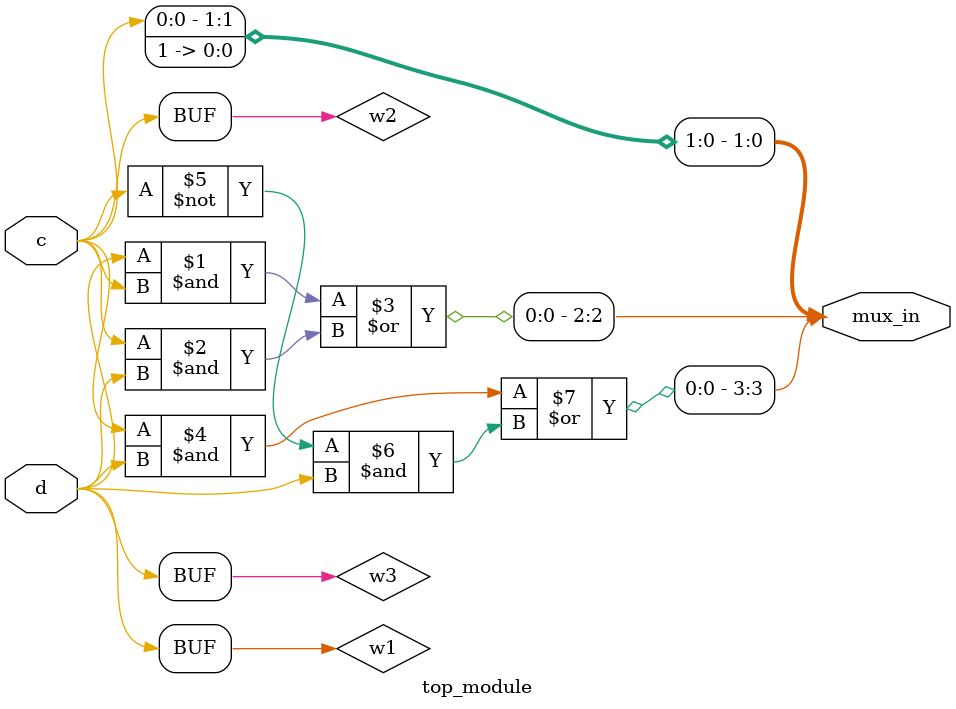
<source format=sv>
module top_module (
    input c,
    input d,
    output [3:0] mux_in
);

wire w1, w2, w3;

assign mux_in[0] = 1;
assign mux_in[1] = c;
assign w1 = d;
assign w2 = c;
assign w3 = d;
assign mux_in[2] = (w1 & w2) | (w2 & w3);
assign mux_in[3] = (c & d) | (~c & d);

endmodule

</source>
